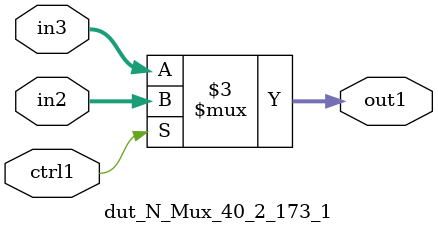
<source format=v>

`timescale 1ps / 1ps


module dut_N_Mux_40_2_173_1( in3, in2, ctrl1, out1 );

    input [39:0] in3;
    input [39:0] in2;
    input ctrl1;
    output [39:0] out1;
    reg [39:0] out1;

    
    // rtl_process:dut_N_Mux_40_2_173_1/dut_N_Mux_40_2_173_1_thread_1
    always @*
      begin : dut_N_Mux_40_2_173_1_thread_1
        case (ctrl1) 
          1'b1: 
            begin
              out1 = in2;
            end
          default: 
            begin
              out1 = in3;
            end
        endcase
      end

endmodule



</source>
